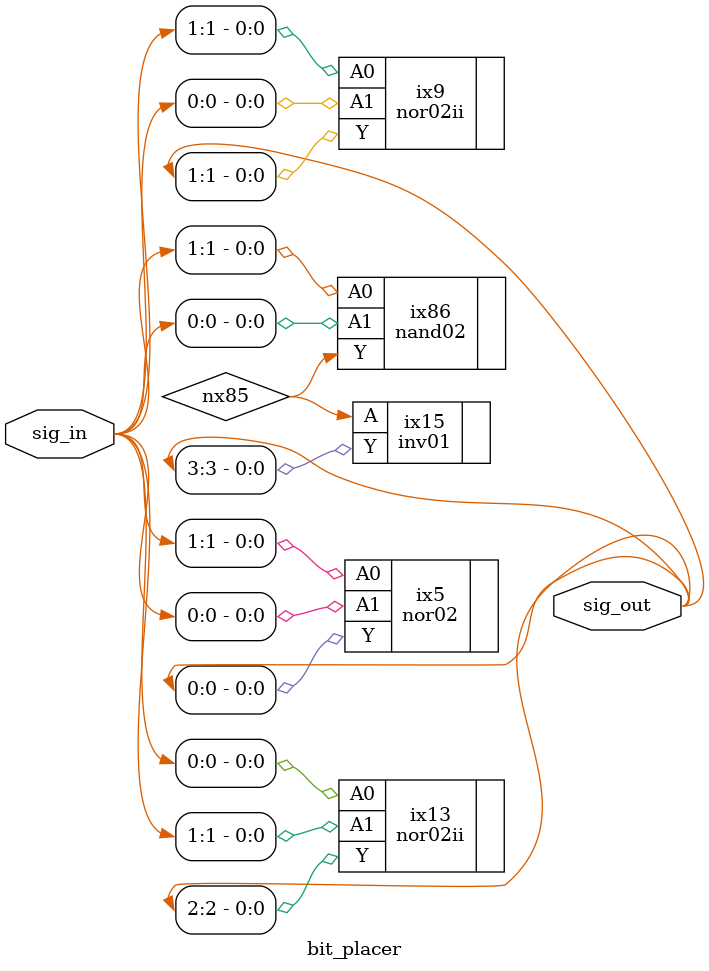
<source format=v>


module bit_placer ( sig_in, sig_out ) ;

    input [1:0]sig_in ;
    output [3:0]sig_out ;

    wire nx85;



    inv01 ix15 (.Y (sig_out[3]), .A (nx85)) ;
    nand02 ix86 (.Y (nx85), .A0 (sig_in[1]), .A1 (sig_in[0])) ;
    nor02 ix5 (.Y (sig_out[0]), .A0 (sig_in[1]), .A1 (sig_in[0])) ;
    nor02ii ix13 (.Y (sig_out[2]), .A0 (sig_in[0]), .A1 (sig_in[1])) ;
    nor02ii ix9 (.Y (sig_out[1]), .A0 (sig_in[1]), .A1 (sig_in[0])) ;
endmodule


</source>
